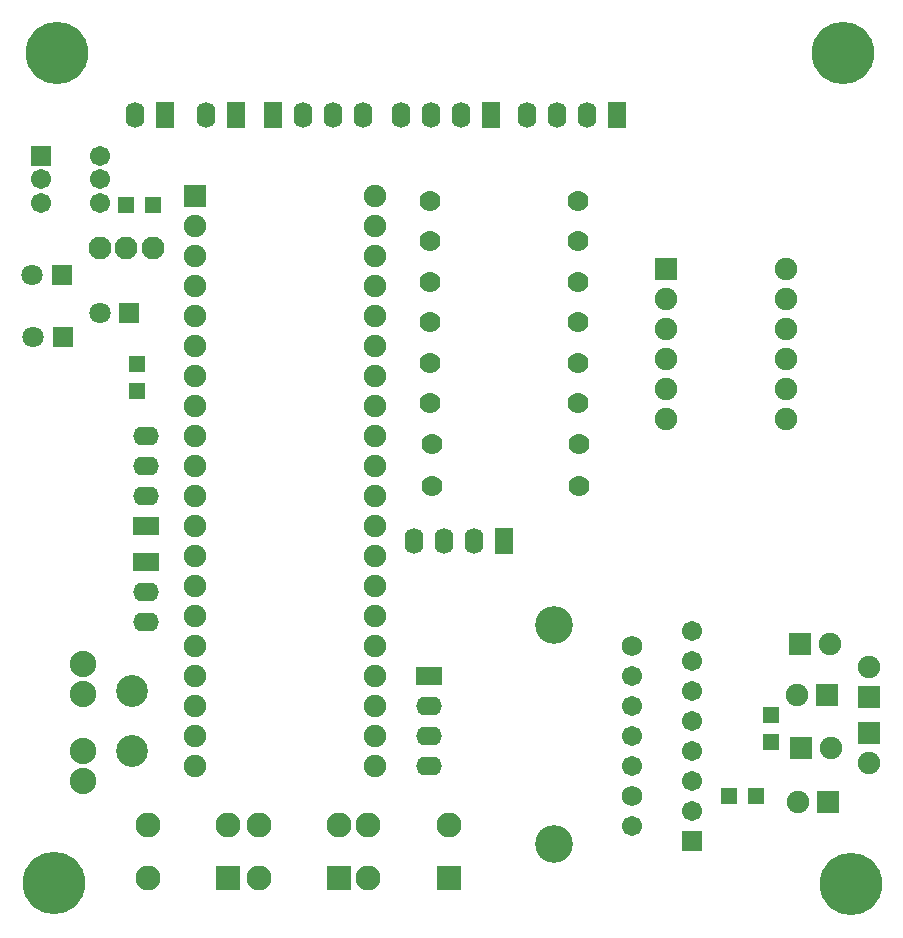
<source format=gbs>
G04 Layer_Color=16711935*
%FSLAX24Y24*%
%MOIN*%
G70*
G01*
G75*
%ADD48R,0.0580X0.0580*%
%ADD49O,0.0631X0.0867*%
%ADD50R,0.0631X0.0867*%
%ADD51C,0.0671*%
%ADD52C,0.0680*%
%ADD53C,0.1261*%
%ADD54R,0.0671X0.0671*%
%ADD55C,0.0700*%
%ADD56C,0.0880*%
%ADD57C,0.0749*%
%ADD58R,0.0749X0.0749*%
%ADD59C,0.2080*%
%ADD60R,0.0749X0.0749*%
%ADD61C,0.0769*%
%ADD62R,0.0710X0.0710*%
%ADD63C,0.0710*%
%ADD64O,0.0867X0.0631*%
%ADD65R,0.0867X0.0631*%
%ADD66C,0.1064*%
%ADD67C,0.0828*%
%ADD68R,0.0828X0.0828*%
%ADD69R,0.0580X0.0580*%
D48*
X4650Y19300D02*
D03*
X4650Y18400D02*
D03*
X25800Y7600D02*
D03*
X25800Y6700D02*
D03*
D49*
X13900Y13400D02*
D03*
X14900D02*
D03*
X15900D02*
D03*
X6950Y27600D02*
D03*
X4600D02*
D03*
X12200D02*
D03*
X11200D02*
D03*
X10200D02*
D03*
X17650D02*
D03*
X18650D02*
D03*
X19650D02*
D03*
X13450D02*
D03*
X14450D02*
D03*
X15450D02*
D03*
D50*
X16900Y13400D02*
D03*
X7950Y27600D02*
D03*
X5600D02*
D03*
X9200D02*
D03*
X20650D02*
D03*
X16450D02*
D03*
D51*
X21150Y5900D02*
D03*
Y6900D02*
D03*
Y7900D02*
D03*
Y8900D02*
D03*
Y3900D02*
D03*
X23150Y10400D02*
D03*
Y9400D02*
D03*
Y8400D02*
D03*
Y7400D02*
D03*
Y6400D02*
D03*
Y5400D02*
D03*
Y4400D02*
D03*
X3434Y25450D02*
D03*
Y26237D02*
D03*
X1466Y24663D02*
D03*
Y25450D02*
D03*
X3434Y24663D02*
D03*
D52*
X21150Y9900D02*
D03*
Y4900D02*
D03*
D53*
X18550Y10600D02*
D03*
Y3300D02*
D03*
D54*
X23150Y3400D02*
D03*
X1466Y26237D02*
D03*
D55*
X19401Y15241D02*
D03*
X14479D02*
D03*
X19401Y16641D02*
D03*
X14479D02*
D03*
X19351Y17991D02*
D03*
X14429D02*
D03*
X19351Y19341D02*
D03*
X14429D02*
D03*
X19351Y20691D02*
D03*
X14429D02*
D03*
X19351Y22041D02*
D03*
X14429D02*
D03*
X19351Y23391D02*
D03*
X14429D02*
D03*
X19351Y24741D02*
D03*
X14429D02*
D03*
D56*
X2850Y8300D02*
D03*
Y9300D02*
D03*
Y6400D02*
D03*
Y5400D02*
D03*
D57*
X12600Y5900D02*
D03*
Y6900D02*
D03*
Y7900D02*
D03*
Y8900D02*
D03*
Y9900D02*
D03*
Y10900D02*
D03*
Y11900D02*
D03*
Y12900D02*
D03*
Y13900D02*
D03*
Y14900D02*
D03*
Y15900D02*
D03*
Y16900D02*
D03*
Y17900D02*
D03*
Y18900D02*
D03*
Y19900D02*
D03*
Y20900D02*
D03*
Y21900D02*
D03*
Y22900D02*
D03*
Y23900D02*
D03*
Y24900D02*
D03*
X6600Y5900D02*
D03*
Y6900D02*
D03*
Y7900D02*
D03*
Y8900D02*
D03*
Y9900D02*
D03*
Y10900D02*
D03*
Y11900D02*
D03*
Y12900D02*
D03*
Y13900D02*
D03*
Y14900D02*
D03*
Y15900D02*
D03*
Y16900D02*
D03*
Y17900D02*
D03*
Y18900D02*
D03*
Y19900D02*
D03*
Y20900D02*
D03*
Y21900D02*
D03*
Y22900D02*
D03*
Y23900D02*
D03*
X29050Y6000D02*
D03*
Y9200D02*
D03*
X26700Y4700D02*
D03*
X27800Y6500D02*
D03*
X26650Y8250D02*
D03*
X27750Y9950D02*
D03*
X26300Y22450D02*
D03*
Y21450D02*
D03*
Y20450D02*
D03*
Y19450D02*
D03*
Y18450D02*
D03*
Y17450D02*
D03*
X22300D02*
D03*
Y18450D02*
D03*
Y19450D02*
D03*
Y20450D02*
D03*
Y21450D02*
D03*
D58*
X6600Y24900D02*
D03*
X27700Y4700D02*
D03*
X26800Y6500D02*
D03*
X27650Y8250D02*
D03*
X26750Y9950D02*
D03*
D59*
X28450Y1950D02*
D03*
X2000Y29650D02*
D03*
X28200D02*
D03*
X1900Y2000D02*
D03*
D60*
X29050Y7000D02*
D03*
Y8200D02*
D03*
X22300Y22450D02*
D03*
D61*
X3414Y23150D02*
D03*
X4300D02*
D03*
X5186D02*
D03*
D62*
X2142Y22250D02*
D03*
X4400Y21000D02*
D03*
X2184Y20200D02*
D03*
D63*
X1158Y22250D02*
D03*
X3416Y21000D02*
D03*
X1200Y20200D02*
D03*
D64*
X4950Y16900D02*
D03*
Y15900D02*
D03*
Y14900D02*
D03*
X14400Y5900D02*
D03*
Y6900D02*
D03*
Y7900D02*
D03*
X4950Y11700D02*
D03*
Y10700D02*
D03*
D65*
Y13900D02*
D03*
X14400Y8900D02*
D03*
X4950Y12700D02*
D03*
D66*
X4500Y6400D02*
D03*
Y8400D02*
D03*
D67*
X8711Y2164D02*
D03*
Y3936D02*
D03*
X11389D02*
D03*
X5011Y2164D02*
D03*
Y3936D02*
D03*
X7689D02*
D03*
X12361Y2164D02*
D03*
Y3936D02*
D03*
X15039D02*
D03*
D68*
X11389Y2164D02*
D03*
X7689D02*
D03*
X15039D02*
D03*
D69*
X4300Y24600D02*
D03*
X5200Y24600D02*
D03*
X24400Y4900D02*
D03*
X25300Y4900D02*
D03*
M02*

</source>
